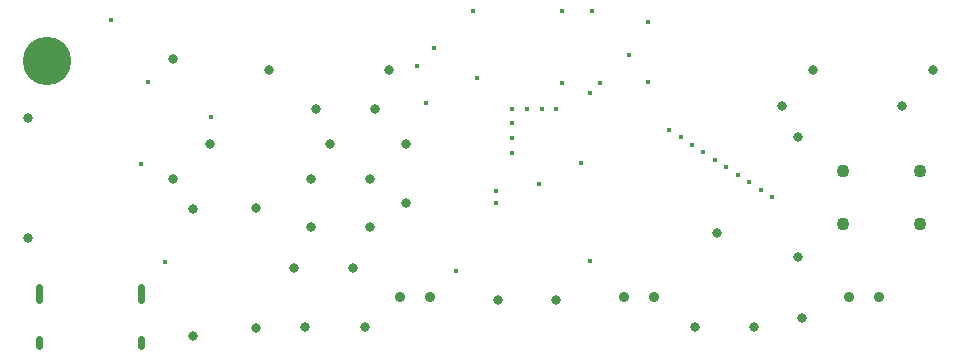
<source format=gbr>
%TF.GenerationSoftware,KiCad,Pcbnew,9.0.2*%
%TF.CreationDate,2025-06-17T12:35:59-07:00*%
%TF.ProjectId,controller,636f6e74-726f-46c6-9c65-722e6b696361,rev?*%
%TF.SameCoordinates,Original*%
%TF.FileFunction,Plated,1,2,PTH,Mixed*%
%TF.FilePolarity,Positive*%
%FSLAX46Y46*%
G04 Gerber Fmt 4.6, Leading zero omitted, Abs format (unit mm)*
G04 Created by KiCad (PCBNEW 9.0.2) date 2025-06-17 12:35:59*
%MOMM*%
%LPD*%
G01*
G04 APERTURE LIST*
%TA.AperFunction,ViaDrill*%
%ADD10C,0.400000*%
%TD*%
G04 aperture for slot hole*
%TA.AperFunction,ComponentDrill*%
%ADD11C,0.600000*%
%TD*%
%TA.AperFunction,ComponentDrill*%
%ADD12C,0.800000*%
%TD*%
%TA.AperFunction,ComponentDrill*%
%ADD13C,0.900000*%
%TD*%
%TA.AperFunction,ComponentDrill*%
%ADD14C,1.100000*%
%TD*%
%TA.AperFunction,ComponentDrill*%
%ADD15C,4.100000*%
%TD*%
G04 APERTURE END LIST*
D10*
X110500000Y-76500000D03*
X113075000Y-88700000D03*
X113675000Y-81750000D03*
X115125000Y-97000000D03*
X119000000Y-84700000D03*
X136432500Y-80432500D03*
X137200000Y-83499000D03*
X137915000Y-78905000D03*
X139750000Y-97795000D03*
X141162500Y-75725000D03*
X141500000Y-81400000D03*
X143100000Y-91000000D03*
X143100000Y-92000000D03*
X144500000Y-84000000D03*
X144500000Y-85250000D03*
X144500000Y-86500000D03*
X144500000Y-87750000D03*
X145750000Y-84000000D03*
X146800000Y-90375000D03*
X147000000Y-84000000D03*
X148250000Y-84000000D03*
X148700000Y-81837500D03*
X148737500Y-75725000D03*
X150300000Y-88600000D03*
X151100000Y-82650000D03*
X151100000Y-96890000D03*
X151262500Y-75725000D03*
X151900000Y-81837500D03*
X154362500Y-79437500D03*
X156000000Y-76680000D03*
X156000000Y-81750000D03*
X157800000Y-85800000D03*
X158766667Y-86433333D03*
X159733333Y-87066667D03*
X160700000Y-87700000D03*
X161666667Y-88333333D03*
X162633333Y-88966667D03*
X163600000Y-89600000D03*
X164566667Y-90233333D03*
X165533333Y-90866667D03*
X166500000Y-91500000D03*
D11*
%TO.C,USB1*%
X104430000Y-100170000D02*
X104430000Y-99070000D01*
X104430000Y-104100000D02*
X104430000Y-103500000D01*
X113070000Y-100170000D02*
X113070000Y-99070000D01*
X113070000Y-104100000D02*
X113070000Y-103500000D01*
D12*
%TO.C,R1*%
X103500000Y-84840000D03*
X103500000Y-95000000D03*
%TO.C,R2*%
X115750000Y-79840000D03*
X115750000Y-90000000D03*
%TO.C,F1*%
X117500000Y-92500000D03*
X117500000Y-103230000D03*
%TO.C,R4*%
X118920000Y-87000000D03*
%TO.C,R7*%
X122800000Y-92430000D03*
X122800000Y-102590000D03*
%TO.C,R3*%
X123905000Y-80730000D03*
%TO.C,C6*%
X126000000Y-97500000D03*
%TO.C,C2*%
X127000000Y-102500000D03*
%TO.C,C4*%
X127500000Y-90000000D03*
%TO.C,C5*%
X127500000Y-94050000D03*
%TO.C,C7*%
X127900000Y-84000000D03*
%TO.C,R4*%
X129080000Y-87000000D03*
%TO.C,C6*%
X131000000Y-97500000D03*
%TO.C,C2*%
X132000000Y-102500000D03*
%TO.C,C4*%
X132500000Y-90000000D03*
%TO.C,C5*%
X132500000Y-94050000D03*
%TO.C,C7*%
X132900000Y-84000000D03*
%TO.C,R3*%
X134065000Y-80730000D03*
%TO.C,C3*%
X135500000Y-87000000D03*
X135500000Y-92000000D03*
%TO.C,Y1*%
X143310000Y-100250000D03*
X148190000Y-100250000D03*
%TO.C,C1*%
X160000000Y-102500000D03*
%TO.C,R9*%
X161815795Y-94565795D03*
%TO.C,C1*%
X165000000Y-102500000D03*
%TO.C,R8*%
X167340000Y-83800000D03*
%TO.C,R6*%
X168700000Y-86420000D03*
X168700000Y-96580000D03*
%TO.C,R9*%
X169000000Y-101750000D03*
%TO.C,R5*%
X170000000Y-80750000D03*
%TO.C,R8*%
X177500000Y-83800000D03*
%TO.C,R5*%
X180160000Y-80750000D03*
D13*
%TO.C,D3*%
X135000000Y-100000000D03*
X137540000Y-100000000D03*
%TO.C,D2*%
X154000000Y-100000000D03*
X156540000Y-100000000D03*
%TO.C,D1*%
X173000000Y-100000000D03*
X175540000Y-100000000D03*
D14*
%TO.C,SW1*%
X172500000Y-89250000D03*
X172500000Y-93750000D03*
X179000000Y-89250000D03*
X179000000Y-93750000D03*
D15*
%TO.C,U3*%
X105125000Y-80000000D03*
M02*

</source>
